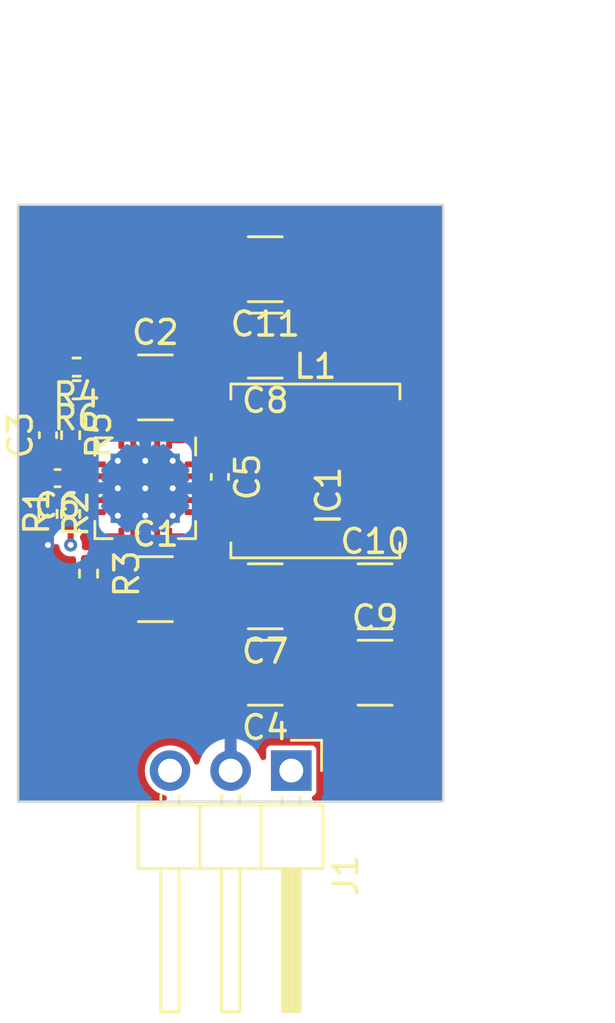
<source format=kicad_pcb>
(kicad_pcb (version 20221018) (generator pcbnew)
  (layers (0 "F.Cu" power) (1 "In1.Cu" signal) (2 "In2.Cu" signal) (31 "B.Cu" power) (34 "B.Paste" user) (35 "F.Paste" user) (36 "B.SilkS" user "B.Silkscreen") (37 "F.SilkS" user "F.Silkscreen") (38 "B.Mask" user) (39 "F.Mask" user) (44 "Edge.Cuts" user))
  (net 0 "")
  (net 1 "/Vin")
  (net 2 "GND")
  (net 3 "Net-(IC1-INTVCC)")
  (net 4 "/Vout")
  (net 5 "Net-(IC1-BST)")
  (net 6 "Net-(C5-Pad2)")
  (net 7 "Net-(IC1-SS)")
  (net 8 "Net-(IC1-RESET)")
  (net 9 "Net-(IC1-FB)")
  (net 10 "Net-(IC1-RT)")
  (net 13 "Net-(IC1-EN{slash}UVLO)")
  (footprint "Resistor_SMD:R_0402_1005Metric" (layer "F.Cu") (at 102.45 106.8 180)
    (fp_text reference "R4" (at 0 -1.17) (layer "F.SilkS"))
    (fp_text value "R")
    (fp_line (start -0.153641 -0.38) (end 0.153641 -0.38) (stroke (width 0.12)) (layer "F.SilkS"))
    (fp_line (start -0.153641 0.38) (end 0.153641 0.38) (stroke (width 0.12)) (layer "F.SilkS"))
    (pad "1" smd roundrect (at -0.51 0 180) (size 0.54 0.64) (layers "F.Cu" "F.Paste" "F.Mask") (net 1 "/Vin"))
    (pad "2" smd roundrect (at 0.51 0 180) (size 0.54 0.64) (layers "F.Cu" "F.Paste" "F.Mask") (net 13 "Net-(IC1-EN{slash}UVLO)"))
  )
  (footprint "Capacitor_SMD:C_1210_3225Metric" (layer "F.Cu") (at 114.95 119.6)
    (fp_text reference "C9" (at 0 -2.3) (layer "F.SilkS"))
    (fp_text value "C")
    (fp_line (start -0.711252 -1.36) (end 0.711252 -1.36) (stroke (width 0.12)) (layer "F.SilkS"))
    (fp_line (start -0.711252 1.36) (end 0.711252 1.36) (stroke (width 0.12)) (layer "F.SilkS"))
    (pad "1" smd roundrect (at -1.475 0) (size 1.15 2.7) (layers "F.Cu" "F.Paste" "F.Mask") (roundrect_rratio 0.217391) (net 4 "/Vout"))
    (pad "2" smd roundrect (at 1.475 0) (size 1.15 2.7) (layers "F.Cu" "F.Paste" "F.Mask") (roundrect_rratio 0.217391) (net 2 "GND"))
  )
  (footprint "Capacitor_SMD:C_1210_3225Metric" (layer "F.Cu") (at 110.35 119.6 180)
    (fp_text reference "C4" (at 0 -2.3) (layer "F.SilkS"))
    (fp_text value "C")
    (fp_line (start -0.711252 -1.36) (end 0.711252 -1.36) (stroke (width 0.12)) (layer "F.SilkS"))
    (fp_line (start -0.711252 1.36) (end 0.711252 1.36) (stroke (width 0.12)) (layer "F.SilkS"))
    (pad "1" smd roundrect (at -1.475 0 180) (size 1.15 2.7) (layers "F.Cu" "F.Paste" "F.Mask") (roundrect_rratio 0.217391) (net 4 "/Vout"))
    (pad "2" smd roundrect (at 1.475 0 180) (size 1.15 2.7) (layers "F.Cu" "F.Paste" "F.Mask") (roundrect_rratio 0.217391) (net 2 "GND"))
  )
  (footprint "Resistor_SMD:R_0402_1005Metric" (layer "F.Cu") (at 102.45 107.75 180)
    (fp_text reference "R6" (at 0 -1.17) (layer "F.SilkS"))
    (fp_text value "R")
    (fp_line (start -0.153641 -0.38) (end 0.153641 -0.38) (stroke (width 0.12)) (layer "F.SilkS"))
    (fp_line (start -0.153641 0.38) (end 0.153641 0.38) (stroke (width 0.12)) (layer "F.SilkS"))
    (pad "1" smd roundrect (at -0.51 0 180) (size 0.54 0.64) (layers "F.Cu" "F.Paste" "F.Mask") (net 13 "Net-(IC1-EN{slash}UVLO)"))
    (pad "2" smd roundrect (at 0.51 0 180) (size 0.54 0.64) (layers "F.Cu" "F.Paste" "F.Mask") (net 2 "GND"))
  )
  (footprint "Capacitor_SMD:C_1210_3225Metric" (layer "F.Cu") (at 110.35 105.9 180)
    (fp_text reference "C8" (at 0 -2.3) (layer "F.SilkS"))
    (fp_text value "C")
    (fp_line (start -0.711252 -1.36) (end 0.711252 -1.36) (stroke (width 0.12)) (layer "F.SilkS"))
    (fp_line (start -0.711252 1.36) (end 0.711252 1.36) (stroke (width 0.12)) (layer "F.SilkS"))
    (pad "1" smd roundrect (at -1.475 0 180) (size 1.15 2.7) (layers "F.Cu" "F.Paste" "F.Mask") (roundrect_rratio 0.217391) (net 4 "/Vout"))
    (pad "2" smd roundrect (at 1.475 0 180) (size 1.15 2.7) (layers "F.Cu" "F.Paste" "F.Mask") (roundrect_rratio 0.217391) (net 2 "GND"))
  )
  (footprint "Inductor_SMD:L_Coilcraft_XAL6060-XXX" (layer "F.Cu") (at 112.45 111.15)
    (fp_text reference "L1" (at 0 -4.38) (layer "F.SilkS"))
    (fp_text value "L" hide)
    (fp_line (start -3.54 -3.64) (end -3.54 -3.01) (stroke (width 0.12)) (layer "F.SilkS"))
    (fp_line (start -3.54 -3.64) (end 3.54 -3.64) (stroke (width 0.12)) (layer "F.SilkS"))
    (fp_line (start -3.54 3.64) (end -3.54 3.01) (stroke (width 0.12)) (layer "F.SilkS"))
    (fp_line (start -3.54 3.64) (end 3.54 3.64) (stroke (width 0.12)) (layer "F.SilkS"))
    (fp_line (start 3.54 -3.64) (end 3.54 -3.01) (stroke (width 0.12)) (layer "F.SilkS"))
    (fp_line (start 3.54 3.64) (end 3.54 3.01) (stroke (width 0.12)) (layer "F.SilkS"))
    (pad "1" smd rect (at -2.02 0) (size 1.43 5.5) (layers "F.Cu" "F.Paste" "F.Mask") (net 6 "Net-(C5-Pad2)"))
    (pad "2" smd rect (at 2.02 0) (size 1.43 5.5) (layers "F.Cu" "F.Paste" "F.Mask") (net 4 "/Vout"))
  )
  (footprint "Resistor_SMD:R_0402_1005Metric" (layer "F.Cu") (at 102.2 109.65 -90)
    (fp_text reference "R5" (at 0 -1.17 90) (layer "F.SilkS"))
    (fp_text value "R" hide)
    (fp_line (start -0.153641 -0.38) (end 0.153641 -0.38) (stroke (width 0.12)) (layer "F.SilkS"))
    (fp_line (start -0.153641 0.38) (end 0.153641 0.38) (stroke (width 0.12)) (layer "F.SilkS"))
    (pad "1" smd roundrect (at -0.51 0 270) (size 0.54 0.64) (layers "F.Cu" "F.Paste" "F.Mask") (net 8 "Net-(IC1-RESET)"))
    (pad "2" smd roundrect (at 0.51 0 270) (size 0.54 0.64) (layers "F.Cu" "F.Paste" "F.Mask") (net 3 "Net-(IC1-INTVCC)"))
  )
  (footprint "Capacitor_SMD:C_1210_3225Metric" (layer "F.Cu") (at 114.95 116.4)
    (fp_text reference "C10" (at 0 -2.3) (layer "F.SilkS"))
    (fp_text value "C")
    (fp_line (start -0.711252 -1.36) (end 0.711252 -1.36) (stroke (width 0.12)) (layer "F.SilkS"))
    (fp_line (start -0.711252 1.36) (end 0.711252 1.36) (stroke (width 0.12)) (layer "F.SilkS"))
    (pad "1" smd roundrect (at -1.475 0) (size 1.15 2.7) (layers "F.Cu" "F.Paste" "F.Mask") (roundrect_rratio 0.217391) (net 4 "/Vout"))
    (pad "2" smd roundrect (at 1.475 0) (size 1.15 2.7) (layers "F.Cu" "F.Paste" "F.Mask") (roundrect_rratio 0.217391) (net 2 "GND"))
  )
  (footprint "Capacitor_SMD:C_1210_3225Metric" (layer "F.Cu") (at 105.75 116.1)
    (fp_text reference "C1" (at 0 -2.3) (layer "F.SilkS"))
    (fp_text value "C")
    (fp_line (start -0.711252 -1.36) (end 0.711252 -1.36) (stroke (width 0.12)) (layer "F.SilkS"))
    (fp_line (start -0.711252 1.36) (end 0.711252 1.36) (stroke (width 0.12)) (layer "F.SilkS"))
    (pad "1" smd roundrect (at -1.475 0) (size 1.15 2.7) (layers "F.Cu" "F.Paste" "F.Mask") (roundrect_rratio 0.217391) (net 1 "/Vin"))
    (pad "2" smd roundrect (at 1.475 0) (size 1.15 2.7) (layers "F.Cu" "F.Paste" "F.Mask") (roundrect_rratio 0.217391) (net 2 "GND"))
  )
  (footprint "Capacitor_SMD:C_0402_1005Metric" (layer "F.Cu") (at 101.25 109.65 90)
    (fp_text reference "C3" (at 0 -1.16 90) (layer "F.SilkS"))
    (fp_text value "C")
    (fp_line (start -0.107836 -0.36) (end 0.107836 -0.36) (stroke (width 0.12)) (layer "F.SilkS"))
    (fp_line (start -0.107836 0.36) (end 0.107836 0.36) (stroke (width 0.12)) (layer "F.SilkS"))
    (pad "1" smd roundrect (at -0.48 0 90) (size 0.56 0.62) (layers "F.Cu" "F.Paste" "F.Mask") (net 3 "Net-(IC1-INTVCC)"))
    (pad "2" smd roundrect (at 0.48 0 90) (size 0.56 0.62) (layers "F.Cu" "F.Paste" "F.Mask") (net 2 "GND"))
  )
  (footprint "Capacitor_SMD:C_1210_3225Metric" (layer "F.Cu") (at 105.75 107.65)
    (fp_text reference "C2" (at 0 -2.3) (layer "F.SilkS"))
    (fp_text value "C")
    (fp_line (start -0.711252 -1.36) (end 0.711252 -1.36) (stroke (width 0.12)) (layer "F.SilkS"))
    (fp_line (start -0.711252 1.36) (end 0.711252 1.36) (stroke (width 0.12)) (layer "F.SilkS"))
    (pad "1" smd roundrect (at -1.475 0) (size 1.15 2.7) (layers "F.Cu" "F.Paste" "F.Mask") (roundrect_rratio 0.217391) (net 1 "/Vin"))
    (pad "2" smd roundrect (at 1.475 0) (size 1.15 2.7) (layers "F.Cu" "F.Paste" "F.Mask") (roundrect_rratio 0.217391) (net 2 "GND"))
  )
  (footprint "Resistor_SMD:R_0402_1005Metric" (layer "F.Cu") (at 102.2 112.95 90)
    (fp_text reference "R1" (at 0.11 -1.42 90) (layer "F.SilkS"))
    (fp_text value "R")
    (fp_line (start -0.153641 -0.38) (end 0.153641 -0.38) (stroke (width 0.12)) (layer "F.SilkS"))
    (fp_line (start -0.153641 0.38) (end 0.153641 0.38) (stroke (width 0.12)) (layer "F.SilkS"))
    (pad "1" smd roundrect (at -0.51 0 90) (size 0.54 0.64) (layers "F.Cu" "F.Paste" "F.Mask") (net 4 "/Vout"))
    (pad "2" smd roundrect (at 0.51 0 90) (size 0.54 0.64) (layers "F.Cu" "F.Paste" "F.Mask") (net 9 "Net-(IC1-FB)"))
  )
  (footprint "Capacitor_SMD:C_0402_1005Metric" (layer "F.Cu") (at 108.45 111.4 -90)
    (fp_text reference "C5" (at 0 -1.16 90) (layer "F.SilkS"))
    (fp_text value "C")
    (fp_line (start -0.107836 -0.36) (end 0.107836 -0.36) (stroke (width 0.12)) (layer "F.SilkS"))
    (fp_line (start -0.107836 0.36) (end 0.107836 0.36) (stroke (width 0.12)) (layer "F.SilkS"))
    (pad "1" smd roundrect (at -0.48 0 270) (size 0.56 0.62) (layers "F.Cu" "F.Paste" "F.Mask") (net 5 "Net-(IC1-BST)"))
    (pad "2" smd roundrect (at 0.48 0 270) (size 0.56 0.62) (layers "F.Cu" "F.Paste" "F.Mask") (net 6 "Net-(C5-Pad2)"))
  )
  (footprint "Capacitor_SMD:C_0402_1005Metric" (layer "F.Cu") (at 101.65 111.45 180)
    (fp_text reference "C6" (at 0 -1.16) (layer "F.SilkS"))
    (fp_text value "C")
    (fp_line (start -0.107836 -0.36) (end 0.107836 -0.36) (stroke (width 0.12)) (layer "F.SilkS"))
    (fp_line (start -0.107836 0.36) (end 0.107836 0.36) (stroke (width 0.12)) (layer "F.SilkS"))
    (pad "1" smd roundrect (at -0.48 0 180) (size 0.56 0.62) (layers "F.Cu" "F.Paste" "F.Mask") (net 7 "Net-(IC1-SS)"))
    (pad "2" smd roundrect (at 0.48 0 180) (size 0.56 0.62) (layers "F.Cu" "F.Paste" "F.Mask") (net 2 "GND"))
  )
  (footprint "Capacitor_SMD:C_1210_3225Metric" (layer "F.Cu") (at 110.35 116.4 180)
    (fp_text reference "C7" (at 0 -2.3) (layer "F.SilkS"))
    (fp_text value "C" hide)
    (fp_line (start -0.711252 -1.36) (end 0.711252 -1.36) (stroke (width 0.12)) (layer "F.SilkS"))
    (fp_line (start -0.711252 1.36) (end 0.711252 1.36) (stroke (width 0.12)) (layer "F.SilkS"))
    (pad "1" smd roundrect (at -1.475 0 180) (size 1.15 2.7) (layers "F.Cu" "F.Paste" "F.Mask") (roundrect_rratio 0.217391) (net 4 "/Vout"))
    (pad "2" smd roundrect (at 1.475 0 180) (size 1.15 2.7) (layers "F.Cu" "F.Paste" "F.Mask") (roundrect_rratio 0.217391) (net 2 "GND"))
  )
  (footprint "Resistor_SMD:R_0402_1005Metric" (layer "F.Cu") (at 102.95 115.45 -90)
    (fp_text reference "R3" (at 0.01 -1.6 -270) (layer "F.SilkS"))
    (fp_text value "R" hide)
    (fp_line (start -0.153641 -0.38) (end 0.153641 -0.38) (stroke (width 0.12)) (layer "F.SilkS"))
    (fp_line (start -0.153641 0.38) (end 0.153641 0.38) (stroke (width 0.12)) (layer "F.SilkS"))
    (pad "1" smd roundrect (at -0.51 0 270) (size 0.54 0.64) (layers "F.Cu" "F.Paste" "F.Mask") (net 10 "Net-(IC1-RT)"))
    (pad "2" smd roundrect (at 0.51 0 270) (size 0.54 0.64) (layers "F.Cu" "F.Paste" "F.Mask") (net 2 "GND"))
  )
  (footprint "Audio-DSP:TQFN-20-1EP_4x4mm_P0.5mm_EP2.9x2.9mm_ThermalVias_(JLCPCB_Compatible)" (layer "F.Cu") (at 105.325 111.875 -90)
    (fp_text reference "IC1" (at 0.3125 -7.67 90) (layer "F.SilkS"))
    (fp_text value "MAX17634C")
    (fp_line (start -2.11 2.11) (end -2.11 1.385) (stroke (width 0.12)) (layer "F.SilkS"))
    (fp_line (start -1.385 -2.11) (end -2.11 -2.11) (stroke (width 0.12)) (layer "F.SilkS"))
    (fp_line (start -1.385 2.11) (end -2.11 2.11) (stroke (width 0.12)) (layer "F.SilkS"))
    (fp_line (start 1.385 -2.11) (end 2.11 -2.11) (stroke (width 0.12)) (layer "F.SilkS"))
    (fp_line (start 1.385 2.11) (end 2.11 2.11) (stroke (width 0.12)) (layer "F.SilkS"))
    (fp_line (start 2.11 -2.11) (end 2.11 -1.385) (stroke (width 0.12)) (layer "F.SilkS"))
    (fp_line (start 2.11 2.11) (end 2.11 1.385) (stroke (width 0.12)) (layer "F.SilkS"))
    (pad "1" smd roundrect (at -2.0125 -1 270) (size 0.725 0.25) (layers "F.Cu" "F.Paste" "F.Mask") (net 2 "GND"))
    (pad "2" smd roundrect (at -2.0125 -0.5 270) (size 0.725 0.25) (layers "F.Cu" "F.Paste" "F.Mask") (net 1 "/Vin"))
    (pad "3" smd roundrect (at -2.0125 0 270) (size 0.725 0.25) (layers "F.Cu" "F.Paste" "F.Mask") (net 1 "/Vin"))
    (pad "4" smd roundrect (at -2.0125 0.5 270) (size 0.725 0.25) (layers "F.Cu" "F.Paste" "F.Mask") (net 13 "Net-(IC1-EN{slash}UVLO)"))
    (pad "5" smd roundrect (at -2.0125 1 270) (size 0.725 0.25) (layers "F.Cu" "F.Paste" "F.Mask") (net 8 "Net-(IC1-RESET)"))
    (pad "6" smd roundrect (at -1 2.0125 270) (size 0.25 0.725) (layers "F.Cu" "F.Paste" "F.Mask") (net 3 "Net-(IC1-INTVCC)"))
    (pad "7" smd roundrect (at -0.5 2.0125 270) (size 0.25 0.725) (layers "F.Cu" "F.Paste" "F.Mask") (net 2 "GND"))
    (pad "8" smd roundrect (at 0 2.0125 270) (size 0.25 0.725) (layers "F.Cu" "F.Paste" "F.Mask") (net 7 "Net-(IC1-SS)"))
    (pad "9" smd roundrect (at 0.5 2.0125 270) (size 0.25 0.725) (layers "F.Cu" "F.Paste" "F.Mask") (net 9 "Net-(IC1-FB)"))
    (pad "10" smd roundrect (at 1 2.0125 270) (size 0.25 0.725) (layers "F.Cu" "F.Paste" "F.Mask") (net 10 "Net-(IC1-RT)"))
    (pad "11" smd roundrect (at 2.0125 1 270) (size 0.725 0.25) (layers "F.Cu" "F.Paste" "F.Mask") (net 2 "GND"))
    (pad "12" smd roundrect (at 2.0125 0.5 270) (size 0.725 0.25) (layers "F.Cu" "F.Paste" "F.Mask") (net 2 "GND"))
    (pad "13" smd roundrect (at 2.0125 0 270) (size 0.725 0.25) (layers "F.Cu" "F.Paste" "F.Mask"))
    (pad "14" smd roundrect (at 2.0125 -0.5 270) (size 0.725 0.25) (layers "F.Cu" "F.Paste" "F.Mask") (net 1 "/Vin"))
    (pad "15" smd roundrect (at 2.0125 -1 270) (size 0.725 0.25) (layers "F.Cu" "F.Paste" "F.Mask") (net 2 "GND"))
    (pad "16" smd roundrect (at 1 -2.0125 270) (size 0.25 0.725) (layers "F.Cu" "F.Paste" "F.Mask"))
    (pad "17" smd roundrect (at 0.5 -2.0125 270) (size 0.25 0.725) (layers "F.Cu" "F.Paste" "F.Mask") (net 6 "Net-(C5-Pad2)"))
    (pad "18" smd roundrect (at 0 -2.0125 270) (size 0.25 0.725) (layers "F.Cu" "F.Paste" "F.Mask") (net 6 "Net-(C5-Pad2)"))
    (pad "19" smd roundrect (at -0.5 -2.0125 270) (size 0.25 0.725) (layers "F.Cu" "F.Paste" "F.Mask") (net 6 "Net-(C5-Pad2)"))
    (pad "20" smd roundrect (at -1 -2.0125 270) (size 0.25 0.725) (layers "F.Cu" "F.Paste" "F.Mask") (net 5 "Net-(IC1-BST)"))
    (pad "21" thru_hole circle (at -1.15 -1.15 270) (size 0.55 0.55) (drill 0.25) (layers "*.Cu") (net 2 "GND"))
    (pad "21" thru_hole circle (at -1.15 0 270) (size 0.55 0.55) (drill 0.25) (layers "*.Cu") (net 2 "GND"))
    (pad "21" thru_hole circle (at -1.15 1.15 270) (size 0.55 0.55) (drill 0.25) (layers "*.Cu") (net 2 "GND"))
    (pad "21" thru_hole circle (at 0 -1.15 270) (size 0.55 0.55) (drill 0.25) (layers "*.Cu") (net 2 "GND"))
    (pad "21" thru_hole circle (at 0 0 270) (size 0.55 0.55) (drill 0.25) (layers "*.Cu") (net 2 "GND"))
    (pad "21" smd rect (at 0 0 270) (size 2.9 2.9) (layers "F.Cu" "F.Mask") (net 2 "GND"))
    (pad "21" smd rect (at 0 0 270) (size 2.9 2.9) (layers "B.Cu") (net 2 "GND"))
    (pad "21" thru_hole circle (at 0 1.15 270) (size 0.55 0.55) (drill 0.25) (layers "*.Cu") (net 2 "GND"))
    (pad "21" thru_hole circle (at 1.15 -1.15 270) (size 0.55 0.55) (drill 0.25) (layers "*.Cu") (net 2 "GND"))
    (pad "21" thru_hole circle (at 1.15 0 270) (size 0.55 0.55) (drill 0.25) (layers "*.Cu") (net 2 "GND"))
    (pad "21" thru_hole circle (at 1.15 1.15 270) (size 0.55 0.55) (drill 0.25) (layers "*.Cu") (net 2 "GND"))
  )
  (footprint "Connector_PinHeader_2.54mm:PinHeader_1x03_P2.54mm_Horizontal" (layer "F.Cu") (at 111.44 123.7 -90)
    (fp_text reference "J1" (at 4.385 -2.27 90) (layer "F.SilkS"))
    (fp_text value "Conn_01x03")
    (fp_line (start -1.27 -1.27) (end 0 -1.27) (stroke (width 0.12)) (layer "F.SilkS"))
    (fp_line (start -1.27 0) (end -1.27 -1.27) (stroke (width 0.12)) (layer "F.SilkS"))
    (fp_line (start 1.042929 2.16) (end 1.44 2.16) (stroke (width 0.12)) (layer "F.SilkS"))
    (fp_line (start 1.042929 2.92) (end 1.44 2.92) (stroke (width 0.12)) (layer "F.SilkS"))
    (fp_line (start 1.042929 4.7) (end 1.44 4.7) (stroke (width 0.12)) (layer "F.SilkS"))
    (fp_line (start 1.042929 5.46) (end 1.44 5.46) (stroke (width 0.12)) (layer "F.SilkS"))
    (fp_line (start 1.11 -0.38) (end 1.44 -0.38) (stroke (width 0.12)) (layer "F.SilkS"))
    (fp_line (start 1.11 0.38) (end 1.44 0.38) (stroke (width 0.12)) (layer "F.SilkS"))
    (fp_line (start 1.44 -1.33) (end 1.44 6.41) (stroke (width 0.12)) (layer "F.SilkS"))
    (fp_line (start 1.44 1.27) (end 4.1 1.27) (stroke (width 0.12)) (layer "F.SilkS"))
    (fp_line (start 1.44 3.81) (end 4.1 3.81) (stroke (width 0.12)) (layer "F.SilkS"))
    (fp_line (start 1.44 6.41) (end 4.1 6.41) (stroke (width 0.12)) (layer "F.SilkS"))
    (fp_line (start 4.1 -1.33) (end 1.44 -1.33) (stroke (width 0.12)) (layer "F.SilkS"))
    (fp_line (start 4.1 -0.38) (end 10.1 -0.38) (stroke (width 0.12)) (layer "F.SilkS"))
    (fp_line (start 4.1 -0.32) (end 10.1 -0.32) (stroke (width 0.12)) (layer "F.SilkS"))
    (fp_line (start 4.1 -0.2) (end 10.1 -0.2) (stroke (width 0.12)) (layer "F.SilkS"))
    (fp_line (start 4.1 -0.08) (end 10.1 -0.08) (stroke (width 0.12)) (layer "F.SilkS"))
    (fp_line (start 4.1 0.04) (end 10.1 0.04) (stroke (width 0.12)) (layer "F.SilkS"))
    (fp_line (start 4.1 0.16) (end 10.1 0.16) (stroke (width 0.12)) (layer "F.SilkS"))
    (fp_line (start 4.1 0.28) (end 10.1 0.28) (stroke (width 0.12)) (layer "F.SilkS"))
    (fp_line (start 4.1 2.16) (end 10.1 2.16) (stroke (width 0.12)) (layer "F.SilkS"))
    (fp_line (start 4.1 4.7) (end 10.1 4.7) (stroke (width 0.12)) (layer "F.SilkS"))
    (fp_line (start 4.1 6.41) (end 4.1 -1.33) (stroke (width 0.12)) (layer "F.SilkS"))
    (fp_line (start 10.1 -0.38) (end 10.1 0.38) (stroke (width 0.12)) (layer "F.SilkS"))
    (fp_line (start 10.1 0.38) (end 4.1 0.38) (stroke (width 0.12)) (layer "F.SilkS"))
    (fp_line (start 10.1 2.16) (end 10.1 2.92) (stroke (width 0.12)) (layer "F.SilkS"))
    (fp_line (start 10.1 2.92) (end 4.1 2.92) (stroke (width 0.12)) (layer "F.SilkS"))
    (fp_line (start 10.1 4.7) (end 10.1 5.46) (stroke (width 0.12)) (layer "F.SilkS"))
    (fp_line (start 10.1 5.46) (end 4.1 5.46) (stroke (width 0.12)) (layer "F.SilkS"))
    (pad "1" thru_hole rect (at 0 0 270) (size 1.7 1.7) (drill 1) (layers "*.Cu" "*.Mask") (net 4 "/Vout"))
    (pad "2" thru_hole oval (at 0 2.54 270) (size 1.7 1.7) (drill 1) (layers "*.Cu" "*.Mask") (net 2 "GND"))
    (pad "3" thru_hole oval (at 0 5.08 270) (size 1.7 1.7) (drill 1) (layers "*.Cu" "*.Mask") (net 1 "/Vin"))
  )
  (footprint "Resistor_SMD:R_0402_1005Metric" (layer "F.Cu") (at 101.25 112.95 -90)
    (fp_text reference "R2" (at 0 -1.17 90) (layer "F.SilkS"))
    (fp_text value "R" hide)
    (fp_line (start -0.153641 -0.38) (end 0.153641 -0.38) (stroke (width 0.12)) (layer "F.SilkS"))
    (fp_line (start -0.153641 0.38) (end 0.153641 0.38) (stroke (width 0.12)) (layer "F.SilkS"))
    (pad "1" smd roundrect (at -0.51 0 270) (size 0.54 0.64) (layers "F.Cu" "F.Paste" "F.Mask") (net 9 "Net-(IC1-FB)"))
    (pad "2" smd roundrect (at 0.51 0 270) (size 0.54 0.64) (layers "F.Cu" "F.Paste" "F.Mask") (net 2 "GND"))
  )
  (footprint "Capacitor_SMD:C_1210_3225Metric" (layer "F.Cu") (at 110.35 102.7 180)
    (fp_text reference "C11" (at 0 -2.3) (layer "F.SilkS"))
    (fp_text value "C")
    (fp_line (start -0.711252 -1.36) (end 0.711252 -1.36) (stroke (width 0.12)) (layer "F.SilkS"))
    (fp_line (start -0.711252 1.36) (end 0.711252 1.36) (stroke (width 0.12)) (layer "F.SilkS"))
    (pad "1" smd roundrect (at -1.475 0 180) (size 1.15 2.7) (layers "F.Cu" "F.Paste" "F.Mask") (roundrect_rratio 0.217391) (net 4 "/Vout"))
    (pad "2" smd roundrect (at 1.475 0 180) (size 1.15 2.7) (layers "F.Cu" "F.Paste" "F.Mask") (roundrect_rratio 0.217391) (net 2 "GND"))
  )
  (gr_rect (start 100 100) (end 117.8 125) (stroke (width 0.1)) (fill none) (layer "Edge.Cuts"))
  (segment (start 101.25 113.46) (end 101.25 114.25) (width 0.25) (layer "F.Cu") (net 2))
  (via (at 101.25 114.25) (size 0.55) (drill 0.25) (layers "F.Cu" "B.Cu") (net 2))
  (segment (start 102.2 113.46) (end 102.2 114.25) (width 0.25) (layer "F.Cu") (net 4))
  (via (at 102.2 114.25) (size 0.55) (drill 0.25) (layers "F.Cu" "B.Cu") (net 4))
  (segment (start 107.3375 110.875) (end 108.405 110.875) (width 0.25) (layer "F.Cu") (net 5))
  (segment (start 108.405 110.875) (end 108.45 110.92) (width 0.25) (layer "F.Cu") (net 5))
  (segment (start 108.445 111.875) (end 108.45 111.88) (width 0.25) (layer "F.Cu") (net 6))
  (segment (start 107.3375 111.875) (end 108.445 111.875) (width 0.25) (layer "F.Cu") (net 6))
  (segment (start 102.265 112.375) (end 103.3125 112.375) (width 0.25) (layer "F.Cu") (net 9))
  (segment (start 101.25 112.44) (end 102.2 112.44) (width 0.25) (layer "F.Cu") (net 9))
  (segment (start 102.2 112.44) (end 102.265 112.375) (width 0.25) (layer "F.Cu") (net 9))
  (zone (net 2) (net_name "GND") (layer "F.Cu") (name "GND") (connect_pads (clearance 0.15)) (min_thickness 0.25) (fill yes (thermal_gap 0.5) (thermal_bridge_width 0.5))
    (polygon (pts (xy 100 99.975) (xy 117.8 99.975) (xy 117.8 124.975) (xy 100 124.975)))
  )
  (zone (net 2) (net_name "GND") (layer "B.Cu") (connect_pads (clearance 0.5)) (min_thickness 0.25) (fill yes (thermal_gap 0.5) (thermal_bridge_width 0.5))
    (polygon (pts (xy 125 100) (xy 125 125) (xy 100 125) (xy 100 100)))
  )
)
</source>
